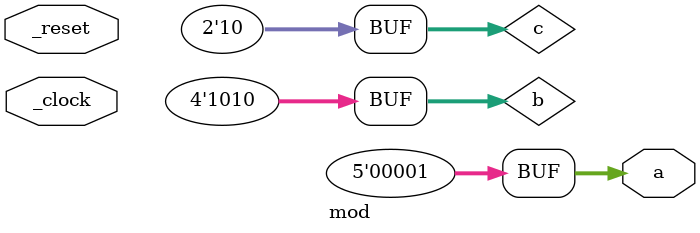
<source format=v>
module mod(_clock,_reset,a);
	input _clock;
	input _reset;
	output [4:0]a;
	wire [3:0]b;
	wire [1:0]c;
	assign b = 10;
	assign c = 2'b10;
	assign a = (b-(c*b+1'b0)-5)%3;

	endmodule

</source>
